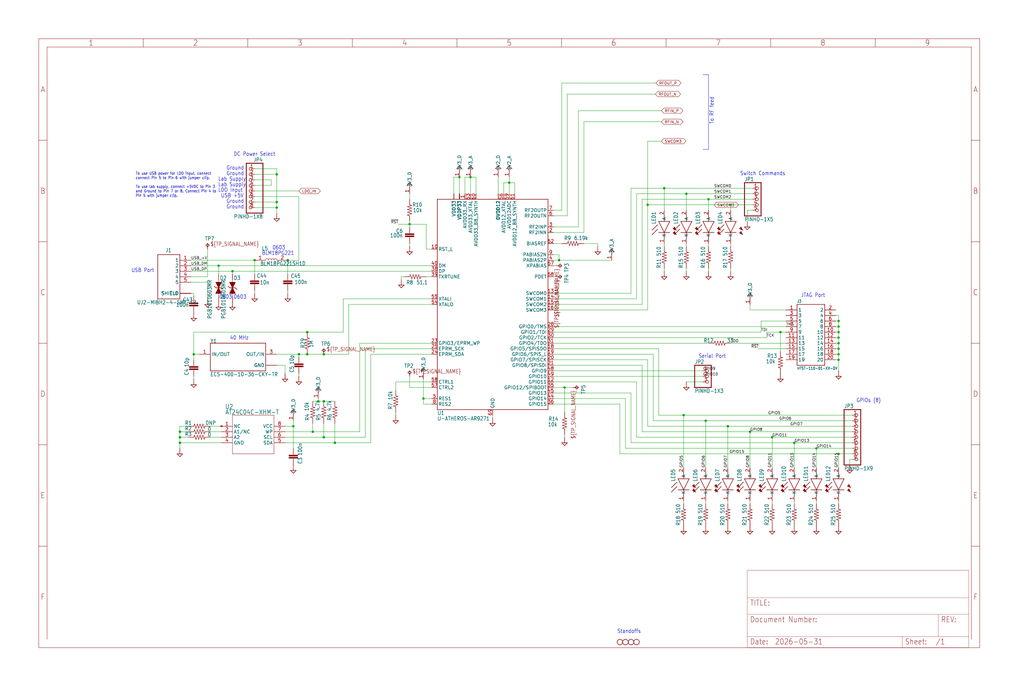
<source format=kicad_sch>
(kicad_sch (version 20250114) (generator "eeschema") (generator_version "9.0")
  (paper "User" 469.9 317.627)
  (text "USB Port" (at 60.198 125.222 0) (effects (font (size 1.778 1.5113)) (justify left bottom)))
  (text "To RF feed" (at 327.66 57.15 90) (effects (font (size 1.778 1.5113)) (justify left bottom)))
  (text "GPIOs (8)" (at 392.938 184.912 0) (effects (font (size 1.778 1.5113)) (justify left bottom)))
  (text "Switch Commands" (at 339.598 80.772 0) (effects (font (size 1.778 1.5113)) (justify left bottom)))
  (text "40 MHz" (at 105.41 156.21 0) (effects (font (size 1.778 1.5113)) (justify left bottom)))
  (text "Ground" (at 103.886 78.232 0) (effects (font (size 1.778 1.5113)) (justify left bottom)))
  (text "BLM18PG221" (at 120.142 117.348 0) (effects (font (size 1.778 1.5113)) (justify left bottom)))
  (text "To use USB power for LDO input, connect\nconnect Pin 5 to Pin 6 with jumper clip." (at 62.23 82.55 0) (effects (font (size 1.27 1.0795)) (justify left bottom)))
  (text "0603" (at 100.584 137.414 0) (effects (font (size 1.778 1.5113)) (justify left bottom)))
  (text "USB +5V" (at 101.346 90.932 0) (effects (font (size 1.778 1.5113)) (justify left bottom)))
  (text "DC Power Select" (at 107.188 71.882 0) (effects (font (size 1.778 1.5113)) (justify left bottom)))
  (text "Lab Supply" (at 100.076 85.852 0) (effects (font (size 1.778 1.5113)) (justify left bottom)))
  (text "Standoffs" (at 283.21 290.83 0) (effects (font (size 1.778 1.5113)) (justify left bottom)))
  (text "JTAG Port" (at 367.538 136.652 0) (effects (font (size 1.778 1.5113)) (justify left bottom)))
  (text "Ground" (at 103.886 96.012 0) (effects (font (size 1.778 1.5113)) (justify left bottom)))
  (text "LDO Input" (at 100.076 88.392 0) (effects (font (size 1.778 1.5113)) (justify left bottom)))
  (text "Serial Port" (at 320.548 164.592 0) (effects (font (size 1.778 1.5113)) (justify left bottom)))
  (text "To use lab supply, connect +5VDC to Pin 3\nand Ground to Pin 7 or 8. Connect Pin 4 to\nPin 5 with jumper clip." (at 62.23 90.678 0) (effects (font (size 1.27 1.0795)) (justify left bottom)))
  (text "Lab Supply" (at 100.076 83.312 0) (effects (font (size 1.778 1.5113)) (justify left bottom)))
  (text "0603" (at 107.188 137.414 0) (effects (font (size 1.778 1.5113)) (justify left bottom)))
  (text "Ground" (at 103.886 93.472 0) (effects (font (size 1.778 1.5113)) (justify left bottom)))
  (text "0603" (at 124.968 114.808 0) (effects (font (size 1.778 1.5113)) (justify left bottom)))
  (text "Ground" (at 103.886 80.772 0) (effects (font (size 1.778 1.5113)) (justify left bottom)))
  (junction (at 82.55 198.12))
  (junction (at 132.08 119.38))
  (junction (at 148.59 162.56))
  (junction (at 384.81 157.48))
  (junction (at 256.54 119.38))
  (junction (at 143.51 198.12))
  (junction (at 384.81 160.02))
  (junction (at 384.81 162.56))
  (junction (at 137.16 162.56))
  (junction (at 384.81 165.1))
  (junction (at 313.69 190.5))
  (junction (at 354.33 200.66))
  (junction (at 148.59 184.15))
  (junction (at 127 80.01))
  (junction (at 106.68 124.46))
  (junction (at 82.55 203.2))
  (junction (at 384.81 152.4))
  (junction (at 210.82 81.28))
  (junction (at 148.59 200.66))
  (junction (at 364.49 203.2))
  (junction (at 116.84 119.38))
  (junction (at 134.62 195.58))
  (junction (at 140.97 152.4))
  (junction (at 297.18 93.98))
  (junction (at 384.81 149.86))
  (junction (at 215.9 81.28))
  (junction (at 374.65 205.74))
  (junction (at 127 92.71))
  (junction (at 140.97 162.56))
  (junction (at 146.05 184.15))
  (junction (at 100.33 121.92))
  (junction (at 82.55 200.66))
  (junction (at 334.01 195.58))
  (junction (at 259.08 177.8))
  (junction (at 335.28 93.98))
  (junction (at 344.17 198.12))
  (junction (at 304.8 86.36))
  (junction (at 384.81 154.94))
  (junction (at 194.31 182.88))
  (junction (at 127 95.25))
  (junction (at 384.81 147.32))
  (junction (at 153.67 203.2))
  (junction (at 325.12 91.44))
  (junction (at 323.85 193.04))
  (junction (at 187.96 102.87))
  (junction (at 358.14 152.4))
  (junction (at 233.68 83.82))
  (junction (at 384.81 208.28))
  (junction (at 88.9 162.56))
  (junction (at 314.96 88.9))
  (wire (pts (xy 325.12 96.52) (xy 325.12 91.44)) (stroke (width 0.1524)))
  (wire (pts (xy 87.63 127) (xy 95.25 127)) (stroke (width 0.1524)))
  (wire (pts (xy 153.67 203.2) (xy 170.18 203.2)) (stroke (width 0.1524)))
  (wire (pts (xy 254 96.52) (xy 257.81 96.52)) (stroke (width 0.1524)))
  (wire (pts (xy 254 119.38) (xy 256.54 119.38)) (stroke (width 0.1524)))
  (wire (pts (xy 88.9 152.4) (xy 88.9 162.56)) (stroke (width 0.1524)))
  (wire (pts (xy 364.49 214.63) (xy 364.49 203.2)) (stroke (width 0.1524)))
  (wire (pts (xy 344.17 214.63) (xy 344.17 198.12)) (stroke (width 0.1524)))
  (wire (pts (xy 257.81 111.76) (xy 254 111.76)) (stroke (width 0.1524)))
  (wire (pts (xy 127 167.64) (xy 130.81 167.64)) (stroke (width 0.1524)))
  (wire (pts (xy 254 177.8) (xy 259.08 177.8)) (stroke (width 0.1524)))
  (wire (pts (xy 95.25 129.54) (xy 95.25 137.16)) (stroke (width 0.1524)))
  (wire (pts (xy 358.14 152.4) (xy 360.68 152.4)) (stroke (width 0.1524)))
  (wire (pts (xy 87.63 119.38) (xy 116.84 119.38)) (stroke (width 0.1524)))
  (wire (pts (xy 344.17 139.7) (xy 344.17 142.24)) (stroke (width 0.1524)))
  (wire (pts (xy 383.54 147.32) (xy 384.81 147.32)) (stroke (width 0.1524)))
  (wire (pts (xy 274.32 111.76) (xy 274.32 113.03)) (stroke (width 0.1524)))
  (wire (pts (xy 116.84 125.73) (xy 116.84 119.38)) (stroke (width 0.1524)))
  (wire (pts (xy 342.9 96.52) (xy 342.9 101.6)) (stroke (width 0.1524)))
  (wire (pts (xy 137.16 90.17) (xy 116.84 90.17)) (stroke (width 0.1524)))
  (wire (pts (xy 165.1 157.48) (xy 198.12 157.48)) (stroke (width 0.1524)))
  (wire (pts (xy 304.8 96.52) (xy 304.8 86.36)) (stroke (width 0.1524)))
  (wire (pts (xy 254 175.26) (xy 292.1 175.26)) (stroke (width 0.1524)))
  (wire (pts (xy 208.28 81.28) (xy 210.82 81.28)) (stroke (width 0.1524)))
  (wire (pts (xy 198.12 185.42) (xy 194.31 185.42)) (stroke (width 0.1524)))
  (polyline (pts (xy 322.58 34.29) (xy 325.12 34.29)) (stroke (width 0.1524) (type solid)))
  (wire (pts (xy 106.68 125.73) (xy 106.68 124.46)) (stroke (width 0.1524)))
  (wire (pts (xy 195.58 102.87) (xy 187.96 102.87)) (stroke (width 0.1524)))
  (wire (pts (xy 313.69 231.14) (xy 313.69 229.87)) (stroke (width 0.1524)))
  (wire (pts (xy 304.8 86.36) (xy 345.44 86.36)) (stroke (width 0.1524)))
  (wire (pts (xy 304.8 124.46) (xy 304.8 123.19)) (stroke (width 0.1524)))
  (wire (pts (xy 325.12 113.03) (xy 325.12 111.76)) (stroke (width 0.1524)))
  (wire (pts (xy 384.81 231.14) (xy 384.81 229.87)) (stroke (width 0.1524)))
  (wire (pts (xy 254 157.48) (xy 325.12 157.48)) (stroke (width 0.1524)))
  (wire (pts (xy 86.36 198.12) (xy 82.55 198.12)) (stroke (width 0.1524)))
  (wire (pts (xy 132.08 125.73) (xy 132.08 119.38)) (stroke (width 0.1524)))
  (wire (pts (xy 294.64 139.7) (xy 294.64 91.44)) (stroke (width 0.1524)))
  (wire (pts (xy 127 92.71) (xy 127 95.25)) (stroke (width 0.1524)))
  (wire (pts (xy 116.84 87.63) (xy 137.16 87.63)) (stroke (width 0.1524)))
  (wire (pts (xy 335.28 93.98) (xy 297.18 93.98)) (stroke (width 0.1524)))
  (wire (pts (xy 351.79 152.4) (xy 358.14 152.4)) (stroke (width 0.1524)))
  (wire (pts (xy 383.54 160.02) (xy 384.81 160.02)) (stroke (width 0.1524)))
  (wire (pts (xy 345.44 93.98) (xy 335.28 93.98)) (stroke (width 0.1524)))
  (wire (pts (xy 187.96 102.87) (xy 187.96 104.14)) (stroke (width 0.1524)))
  (wire (pts (xy 100.33 125.73) (xy 100.33 121.92)) (stroke (width 0.1524)))
  (wire (pts (xy 181.61 189.23) (xy 181.61 190.5)) (stroke (width 0.1524)))
  (wire (pts (xy 127 80.01) (xy 127 92.71)) (stroke (width 0.1524)))
  (wire (pts (xy 148.59 184.15) (xy 153.67 184.15)) (stroke (width 0.1524)))
  (wire (pts (xy 349.25 147.32) (xy 360.68 147.32)) (stroke (width 0.1524)))
  (wire (pts (xy 384.81 157.48) (xy 384.81 160.02)) (stroke (width 0.1524)))
  (wire (pts (xy 140.97 162.56) (xy 148.59 162.56)) (stroke (width 0.1524)))
  (wire (pts (xy 254 106.68) (xy 267.97 106.68)) (stroke (width 0.1524)))
  (wire (pts (xy 304.8 113.03) (xy 304.8 111.76)) (stroke (width 0.1524)))
  (wire (pts (xy 187.96 102.87) (xy 182.88 102.87)) (stroke (width 0.1524)))
  (wire (pts (xy 265.43 50.8) (xy 303.53 50.8)) (stroke (width 0.1524)))
  (wire (pts (xy 116.84 95.25) (xy 127 95.25)) (stroke (width 0.1524)))
  (wire (pts (xy 82.55 198.12) (xy 82.55 200.66)) (stroke (width 0.1524)))
  (wire (pts (xy 88.9 134.62) (xy 88.9 135.89)) (stroke (width 0.1524)))
  (wire (pts (xy 335.28 96.52) (xy 335.28 93.98)) (stroke (width 0.1524)))
  (wire (pts (xy 96.52 195.58) (xy 101.6 195.58)) (stroke (width 0.1524)))
  (wire (pts (xy 384.81 162.56) (xy 384.81 165.1)) (stroke (width 0.1524)))
  (wire (pts (xy 294.64 198.12) (xy 294.64 167.64)) (stroke (width 0.1524)))
  (wire (pts (xy 267.97 111.76) (xy 274.32 111.76)) (stroke (width 0.1524)))
  (wire (pts (xy 195.58 114.3) (xy 195.58 102.87)) (stroke (width 0.1524)))
  (wire (pts (xy 187.96 111.76) (xy 187.96 113.03)) (stroke (width 0.1524)))
  (wire (pts (xy 254 137.16) (xy 292.1 137.16)) (stroke (width 0.1524)))
  (wire (pts (xy 287.02 182.88) (xy 287.02 205.74)) (stroke (width 0.1524)))
  (wire (pts (xy 160.02 162.56) (xy 160.02 139.7)) (stroke (width 0.1524)))
  (wire (pts (xy 299.72 193.04) (xy 323.85 193.04)) (stroke (width 0.1524)))
  (wire (pts (xy 354.33 200.66) (xy 391.16 200.66)) (stroke (width 0.1524)))
  (wire (pts (xy 127 95.25) (xy 127 97.79)) (stroke (width 0.1524)))
  (wire (pts (xy 364.49 231.14) (xy 364.49 229.87)) (stroke (width 0.1524)))
  (wire (pts (xy 391.16 203.2) (xy 364.49 203.2)) (stroke (width 0.1524)))
  (wire (pts (xy 287.02 205.74) (xy 374.65 205.74)) (stroke (width 0.1524)))
  (wire (pts (xy 82.55 200.66) (xy 82.55 203.2)) (stroke (width 0.1524)))
  (wire (pts (xy 132.08 119.38) (xy 137.16 119.38)) (stroke (width 0.1524)))
  (wire (pts (xy 165.1 198.12) (xy 165.1 157.48)) (stroke (width 0.1524)))
  (wire (pts (xy 294.64 139.7) (xy 254 139.7)) (stroke (width 0.1524)))
  (wire (pts (xy 116.84 82.55) (xy 124.46 82.55)) (stroke (width 0.1524)))
  (wire (pts (xy 157.48 137.16) (xy 157.48 152.4)) (stroke (width 0.1524)))
  (wire (pts (xy 233.68 88.9) (xy 233.68 83.82)) (stroke (width 0.1524)))
  (wire (pts (xy 334.01 214.63) (xy 334.01 195.58)) (stroke (width 0.1524)))
  (wire (pts (xy 345.44 88.9) (xy 314.96 88.9)) (stroke (width 0.1524)))
  (wire (pts (xy 344.17 231.14) (xy 344.17 229.87)) (stroke (width 0.1524)))
  (wire (pts (xy 322.58 175.26) (xy 314.96 175.26)) (stroke (width 0.1524)))
  (wire (pts (xy 297.18 165.1) (xy 254 165.1)) (stroke (width 0.1524)))
  (wire (pts (xy 233.68 81.28) (xy 233.68 83.82)) (stroke (width 0.1524)))
  (wire (pts (xy 349.25 152.4) (xy 349.25 147.32)) (stroke (width 0.1524)))
  (wire (pts (xy 294.64 91.44) (xy 325.12 91.44)) (stroke (width 0.1524)))
  (wire (pts (xy 384.81 144.78) (xy 384.81 147.32)) (stroke (width 0.1524)))
  (wire (pts (xy 82.55 205.74) (xy 82.55 203.2)) (stroke (width 0.1524)))
  (wire (pts (xy 130.81 167.64) (xy 130.81 171.45)) (stroke (width 0.1524)))
  (wire (pts (xy 134.62 195.58) (xy 134.62 193.04)) (stroke (width 0.1524)))
  (wire (pts (xy 323.85 214.63) (xy 323.85 193.04)) (stroke (width 0.1524)))
  (wire (pts (xy 198.12 175.26) (xy 181.61 175.26)) (stroke (width 0.1524)))
  (wire (pts (xy 95.25 127) (xy 95.25 114.3)) (stroke (width 0.1524)))
  (wire (pts (xy 254 142.24) (xy 297.18 142.24)) (stroke (width 0.1524)))
  (wire (pts (xy 100.33 121.92) (xy 198.12 121.92)) (stroke (width 0.1524)))
  (wire (pts (xy 130.81 195.58) (xy 134.62 195.58)) (stroke (width 0.1524)))
  (wire (pts (xy 292.1 200.66) (xy 354.33 200.66)) (stroke (width 0.1524)))
  (wire (pts (xy 106.68 124.46) (xy 87.63 124.46)) (stroke (width 0.1524)))
  (wire (pts (xy 384.81 154.94) (xy 384.81 157.48)) (stroke (width 0.1524)))
  (wire (pts (xy 374.65 205.74) (xy 391.16 205.74)) (stroke (width 0.1524)))
  (wire (pts (xy 323.85 231.14) (xy 323.85 229.87)) (stroke (width 0.1524)))
  (wire (pts (xy 236.22 88.9) (xy 236.22 83.82)) (stroke (width 0.1524)))
  (wire (pts (xy 148.59 194.31) (xy 148.59 200.66)) (stroke (width 0.1524)))
  (wire (pts (xy 124.46 82.55) (xy 124.46 85.09)) (stroke (width 0.1524)))
  (wire (pts (xy 262.89 177.8) (xy 259.08 177.8)) (stroke (width 0.1524)))
  (wire (pts (xy 87.63 129.54) (xy 95.25 129.54)) (stroke (width 0.1524)))
  (wire (pts (xy 334.01 195.58) (xy 297.18 195.58)) (stroke (width 0.1524)))
  (wire (pts (xy 292.1 175.26) (xy 292.1 200.66)) (stroke (width 0.1524)))
  (wire (pts (xy 344.17 142.24) (xy 360.68 142.24)) (stroke (width 0.1524)))
  (wire (pts (xy 384.81 149.86) (xy 384.81 152.4)) (stroke (width 0.1524)))
  (wire (pts (xy 198.12 114.3) (xy 195.58 114.3)) (stroke (width 0.1524)))
  (wire (pts (xy 187.96 88.9) (xy 187.96 91.44)) (stroke (width 0.1524)))
  (wire (pts (xy 140.97 152.4) (xy 88.9 152.4)) (stroke (width 0.1524)))
  (wire (pts (xy 116.84 134.62) (xy 116.84 133.35)) (stroke (width 0.1524)))
  (wire (pts (xy 297.18 93.98) (xy 297.18 142.24)) (stroke (width 0.1524)))
  (wire (pts (xy 364.49 203.2) (xy 289.56 203.2)) (stroke (width 0.1524)))
  (wire (pts (xy 314.96 113.03) (xy 314.96 111.76)) (stroke (width 0.1524)))
  (wire (pts (xy 236.22 83.82) (xy 233.68 83.82)) (stroke (width 0.1524)))
  (wire (pts (xy 228.6 88.9) (xy 228.6 81.28)) (stroke (width 0.1524)))
  (wire (pts (xy 289.56 86.36) (xy 304.8 86.36)) (stroke (width 0.1524)))
  (wire (pts (xy 96.52 200.66) (xy 101.6 200.66)) (stroke (width 0.1524)))
  (wire (pts (xy 116.84 77.47) (xy 127 77.47)) (stroke (width 0.1524)))
  (wire (pts (xy 384.81 152.4) (xy 384.81 154.94)) (stroke (width 0.1524)))
  (wire (pts (xy 231.14 88.9) (xy 231.14 83.82)) (stroke (width 0.1524)))
  (wire (pts (xy 254 127) (xy 255.27 127)) (stroke (width 0.1524)))
  (wire (pts (xy 254 99.06) (xy 260.35 99.06)) (stroke (width 0.1524)))
  (wire (pts (xy 198.12 137.16) (xy 157.48 137.16)) (stroke (width 0.1524)))
  (wire (pts (xy 335.28 157.48) (xy 360.68 157.48)) (stroke (width 0.1524)))
  (wire (pts (xy 383.54 165.1) (xy 384.81 165.1)) (stroke (width 0.1524)))
  (wire (pts (xy 137.16 172.72) (xy 137.16 171.45)) (stroke (width 0.1524)))
  (wire (pts (xy 391.16 193.04) (xy 323.85 193.04)) (stroke (width 0.1524)))
  (wire (pts (xy 130.81 203.2) (xy 153.67 203.2)) (stroke (width 0.1524)))
  (wire (pts (xy 284.48 185.42) (xy 254 185.42)) (stroke (width 0.1524)))
  (wire (pts (xy 289.56 86.36) (xy 289.56 134.62)) (stroke (width 0.1524)))
  (wire (pts (xy 384.81 147.32) (xy 384.81 149.86)) (stroke (width 0.1524)))
  (wire (pts (xy 267.97 106.68) (xy 267.97 55.88)) (stroke (width 0.1524)))
  (wire (pts (xy 384.81 165.1) (xy 384.81 170.18)) (stroke (width 0.1524)))
  (wire (pts (xy 256.54 119.38) (xy 280.67 119.38)) (stroke (width 0.1524)))
  (wire (pts (xy 313.69 214.63) (xy 313.69 190.5)) (stroke (width 0.1524)))
  (wire (pts (xy 358.14 161.29) (xy 358.14 152.4)) (stroke (width 0.1524)))
  (wire (pts (xy 101.6 198.12) (xy 96.52 198.12)) (stroke (width 0.1524)))
  (wire (pts (xy 284.48 208.28) (xy 284.48 185.42)) (stroke (width 0.1524)))
  (wire (pts (xy 254 152.4) (xy 349.25 152.4)) (stroke (width 0.1524)))
  (wire (pts (xy 137.16 162.56) (xy 137.16 163.83)) (stroke (width 0.1524)))
  (wire (pts (xy 87.63 134.62) (xy 88.9 134.62)) (stroke (width 0.1524)))
  (wire (pts (xy 254 149.86) (xy 360.68 149.86)) (stroke (width 0.1524)))
  (wire (pts (xy 208.28 88.9) (xy 208.28 81.28)) (stroke (width 0.1524)))
  (wire (pts (xy 297.18 64.77) (xy 303.53 64.77)) (stroke (width 0.1524)))
  (wire (pts (xy 254 104.14) (xy 265.43 104.14)) (stroke (width 0.1524)))
  (wire (pts (xy 391.16 210.82) (xy 389.89 210.82)) (stroke (width 0.1524)))
  (wire (pts (xy 325.12 124.46) (xy 325.12 123.19)) (stroke (width 0.1524)))
  (wire (pts (xy 82.55 195.58) (xy 82.55 198.12)) (stroke (width 0.1524)))
  (wire (pts (xy 314.96 88.9) (xy 292.1 88.9)) (stroke (width 0.1524)))
  (wire (pts (xy 116.84 92.71) (xy 127 92.71)) (stroke (width 0.1524)))
  (wire (pts (xy 297.18 195.58) (xy 297.18 165.1)) (stroke (width 0.1524)))
  (wire (pts (xy 254 170.18) (xy 322.58 170.18)) (stroke (width 0.1524)))
  (wire (pts (xy 170.18 162.56) (xy 198.12 162.56)) (stroke (width 0.1524)))
  (wire (pts (xy 257.81 38.1) (xy 300.99 38.1)) (stroke (width 0.1524)))
  (wire (pts (xy 292.1 88.9) (xy 292.1 137.16)) (stroke (width 0.1524)))
  (wire (pts (xy 218.44 88.9) (xy 218.44 81.28)) (stroke (width 0.1524)))
  (wire (pts (xy 254 121.92) (xy 255.27 121.92)) (stroke (width 0.1524)))
  (wire (pts (xy 187.96 172.72) (xy 187.96 177.8)) (stroke (width 0.1524)))
  (wire (pts (xy 198.12 127) (xy 195.58 127)) (stroke (width 0.1524)))
  (wire (pts (xy 383.54 149.86) (xy 384.81 149.86)) (stroke (width 0.1524)))
  (wire (pts (xy 360.68 160.02) (xy 347.98 160.02)) (stroke (width 0.1524)))
  (wire (pts (xy 384.81 214.63) (xy 384.81 208.28)) (stroke (width 0.1524)))
  (wire (pts (xy 254 167.64) (xy 294.64 167.64)) (stroke (width 0.1524)))
  (wire (pts (xy 254 162.56) (xy 299.72 162.56)) (stroke (width 0.1524)))
  (wire (pts (xy 187.96 177.8) (xy 198.12 177.8)) (stroke (width 0.1524)))
  (wire (pts (xy 86.36 195.58) (xy 82.55 195.58)) (stroke (width 0.1524)))
  (wire (pts (xy 101.6 203.2) (xy 82.55 203.2)) (stroke (width 0.1524)))
  (wire (pts (xy 210.82 88.9) (xy 210.82 81.28)) (stroke (width 0.1524)))
  (wire (pts (xy 265.43 104.14) (xy 265.43 50.8)) (stroke (width 0.1524)))
  (wire (pts (xy 137.16 119.38) (xy 137.16 90.17)) (stroke (width 0.1524)))
  (wire (pts (xy 302.26 160.02) (xy 302.26 190.5)) (stroke (width 0.1524)))
  (wire (pts (xy 254 116.84) (xy 256.54 116.84)) (stroke (width 0.1524)))
  (wire (pts (xy 194.31 173.99) (xy 194.31 182.88)) (stroke (width 0.1524)))
  (wire (pts (xy 140.97 162.56) (xy 137.16 162.56)) (stroke (width 0.1524)))
  (wire (pts (xy 170.18 203.2) (xy 170.18 162.56)) (stroke (width 0.1524)))
  (wire (pts (xy 160.02 139.7) (xy 198.12 139.7)) (stroke (width 0.1524)))
  (wire (pts (xy 213.36 88.9) (xy 213.36 81.28)) (stroke (width 0.1524)))
  (wire (pts (xy 257.81 96.52) (xy 257.81 38.1)) (stroke (width 0.1524)))
  (wire (pts (xy 132.08 134.62) (xy 132.08 133.35)) (stroke (width 0.1524)))
  (wire (pts (xy 181.61 175.26) (xy 181.61 179.07)) (stroke (width 0.1524)))
  (wire (pts (xy 198.12 124.46) (xy 106.68 124.46)) (stroke (width 0.1524)))
  (wire (pts (xy 213.36 81.28) (xy 215.9 81.28)) (stroke (width 0.1524)))
  (wire (pts (xy 297.18 93.98) (xy 297.18 64.77)) (stroke (width 0.1524)))
  (wire (pts (xy 384.81 208.28) (xy 284.48 208.28)) (stroke (width 0.1524)))
  (wire (pts (xy 345.44 96.52) (xy 342.9 96.52)) (stroke (width 0.1524)))
  (wire (pts (xy 215.9 88.9) (xy 215.9 81.28)) (stroke (width 0.1524)))
  (wire (pts (xy 143.51 198.12) (xy 165.1 198.12)) (stroke (width 0.1524)))
  (wire (pts (xy 391.16 198.12) (xy 344.17 198.12)) (stroke (width 0.1524)))
  (wire (pts (xy 254 182.88) (xy 287.02 182.88)) (stroke (width 0.1524)))
  (polyline (pts (xy 325.12 68.58) (xy 322.58 68.58)) (stroke (width 0.1524) (type solid)))
  (wire (pts (xy 185.42 127) (xy 184.15 127)) (stroke (width 0.1524)))
  (wire (pts (xy 313.69 190.5) (xy 391.16 190.5)) (stroke (width 0.1524)))
  (wire (pts (xy 374.65 231.14) (xy 374.65 229.87)) (stroke (width 0.1524)))
  (wire (pts (xy 299.72 162.56) (xy 299.72 193.04)) (stroke (width 0.1524)))
  (wire (pts (xy 198.12 182.88) (xy 194.31 182.88)) (stroke (width 0.1524)))
  (wire (pts (xy 187.96 101.6) (xy 187.96 102.87)) (stroke (width 0.1524)))
  (wire (pts (xy 87.63 121.92) (xy 100.33 121.92)) (stroke (width 0.1524)))
  (wire (pts (xy 354.33 231.14) (xy 354.33 229.87)) (stroke (width 0.1524)))
  (wire (pts (xy 259.08 177.8) (xy 259.08 189.23)) (stroke (width 0.1524)))
  (wire (pts (xy 88.9 162.56) (xy 88.9 165.1)) (stroke (width 0.1524)))
  (wire (pts (xy 130.81 198.12) (xy 143.51 198.12)) (stroke (width 0.1524)))
  (wire (pts (xy 254 172.72) (xy 322.58 172.72)) (stroke (width 0.1524)))
  (wire (pts (xy 146.05 184.15) (xy 148.59 184.15)) (stroke (width 0.1524)))
  (wire (pts (xy 91.44 162.56) (xy 88.9 162.56)) (stroke (width 0.1524)))
  (wire (pts (xy 254 160.02) (xy 302.26 160.02)) (stroke (width 0.1524)))
  (wire (pts (xy 148.59 200.66) (xy 130.81 200.66)) (stroke (width 0.1524)))
  (wire (pts (xy 167.64 160.02) (xy 167.64 200.66)) (stroke (width 0.1524)))
  (wire (pts (xy 351.79 154.94) (xy 351.79 152.4)) (stroke (width 0.1524)))
  (wire (pts (xy 344.17 198.12) (xy 294.64 198.12)) (stroke (width 0.1524)))
  (wire (pts (xy 127 77.47) (xy 127 80.01)) (stroke (width 0.1524)))
  (wire (pts (xy 127 162.56) (xy 137.16 162.56)) (stroke (width 0.1524)))
  (wire (pts (xy 302.26 190.5) (xy 313.69 190.5)) (stroke (width 0.1524)))
  (wire (pts (xy 384.81 160.02) (xy 384.81 162.56)) (stroke (width 0.1524)))
  (wire (pts (xy 254 154.94) (xy 351.79 154.94)) (stroke (width 0.1524)))
  (wire (pts (xy 374.65 214.63) (xy 374.65 205.74)) (stroke (width 0.1524)))
  (wire (pts (xy 146.05 182.88) (xy 146.05 184.15)) (stroke (width 0.1524)))
  (wire (pts (xy 157.48 152.4) (xy 140.97 152.4)) (stroke (width 0.1524)))
  (wire (pts (xy 267.97 55.88) (xy 303.53 55.88)) (stroke (width 0.1524)))
  (wire (pts (xy 289.56 180.34) (xy 254 180.34)) (stroke (width 0.1524)))
  (wire (pts (xy 143.51 184.15) (xy 146.05 184.15)) (stroke (width 0.1524)))
  (wire (pts (xy 314.96 124.46) (xy 314.96 123.19)) (stroke (width 0.1524)))
  (wire (pts (xy 260.35 43.18) (xy 300.736 43.18)) (stroke (width 0.1524)))
  (wire (pts (xy 184.15 127) (xy 184.15 128.27)) (stroke (width 0.1524)))
  (wire (pts (xy 383.54 144.78) (xy 384.81 144.78)) (stroke (width 0.1524)))
  (wire (pts (xy 143.51 194.31) (xy 143.51 198.12)) (stroke (width 0.1524)))
  (wire (pts (xy 218.44 81.28) (xy 215.9 81.28)) (stroke (width 0.1524)))
  (wire (pts (xy 389.89 210.82) (xy 389.89 213.36)) (stroke (width 0.1524)))
  (wire (pts (xy 226.06 191.77) (xy 226.06 190.5)) (stroke (width 0.1524)))
  (wire (pts (xy 153.67 194.31) (xy 153.67 203.2)) (stroke (width 0.1524)))
  (wire (pts (xy 198.12 160.02) (xy 167.64 160.02)) (stroke (width 0.1524)))
  (wire (pts (xy 383.54 152.4) (xy 384.81 152.4)) (stroke (width 0.1524)))
  (wire (pts (xy 86.36 200.66) (xy 82.55 200.66)) (stroke (width 0.1524)))
  (wire (pts (xy 231.14 83.82) (xy 233.68 83.82)) (stroke (width 0.1524)))
  (wire (pts (xy 335.28 124.46) (xy 335.28 123.19)) (stroke (width 0.1524)))
  (wire (pts (xy 334.01 195.58) (xy 391.16 195.58)) (stroke (width 0.1524)))
  (polyline (pts (xy 325.12 34.29) (xy 325.12 68.58)) (stroke (width 0.1524) (type solid)))
  (wire (pts (xy 167.64 200.66) (xy 148.59 200.66)) (stroke (width 0.1524)))
  (wire (pts (xy 259.08 199.39) (xy 259.08 200.66)) (stroke (width 0.1524)))
  (wire (pts (xy 194.31 185.42) (xy 194.31 182.88)) (stroke (width 0.1524)))
  (wire (pts (xy 383.54 157.48) (xy 384.81 157.48)) (stroke (width 0.1524)))
  (wire (pts (xy 391.16 208.28) (xy 384.81 208.28)) (stroke (width 0.1524)))
  (wire (pts (xy 335.28 113.03) (xy 335.28 111.76)) (stroke (width 0.1524)))
  (wire (pts (xy 383.54 154.94) (xy 384.81 154.94)) (stroke (width 0.1524)))
  (wire (pts (xy 334.01 231.14) (xy 334.01 229.87)) (stroke (width 0.1524)))
  (wire (pts (xy 116.84 85.09) (xy 124.46 85.09)) (stroke (width 0.1524)))
  (wire (pts (xy 88.9 172.72) (xy 88.9 173.99)) (stroke (width 0.1524)))
  (wire (pts (xy 256.54 116.84) (xy 256.54 119.38)) (stroke (width 0.1524)))
  (wire (pts (xy 148.59 162.56) (xy 160.02 162.56)) (stroke (width 0.1524)))
  (wire (pts (xy 116.84 80.01) (xy 127 80.01)) (stroke (width 0.1524)))
  (wire (pts (xy 354.33 214.63) (xy 354.33 200.66)) (stroke (width 0.1524)))
  (wire (pts (xy 134.62 195.58) (xy 134.62 205.74)) (stroke (width 0.1524)))
  (wire (pts (xy 289.56 134.62) (xy 254 134.62)) (stroke (width 0.1524)))
  (wire (pts (xy 325.12 91.44) (xy 345.44 91.44)) (stroke (width 0.1524)))
  (wire (pts (xy 314.96 96.52) (xy 314.96 88.9)) (stroke (width 0.1524)))
  (wire (pts (xy 383.54 162.56) (xy 384.81 162.56)) (stroke (width 0.1524)))
  (wire (pts (xy 260.35 99.06) (xy 260.35 43.18)) (stroke (width 0.1524)))
  (wire (pts (xy 289.56 203.2) (xy 289.56 180.34)) (stroke (width 0.1524)))
  (label "SWCOM2" (at 327.66 91.44 0) (effects (font (size 1.2446 1.2446))))
  (label "GPIO5" (at 313.69 214.63 90) (effects (font (size 1.2446 1.2446))))
  (label "SWCOM0" (at 327.66 86.36 0) (effects (font (size 1.2446 1.2446))))
  (label "USB_DM" (at 87.63 121.92 0) (effects (font (size 1.2446 1.2446))))
  (label "GPIO14" (at 374.65 205.74 0) (effects (font (size 1.2446 1.2446))))
  (label "TMS" (at 360.68 149.86 0) (effects (font (size 1.2446 1.2446))))
  (label "GPIO6" (at 323.85 214.63 90) (effects (font (size 1.2446 1.2446))))
  (label "GPIO11" (at 354.33 200.66 0) (effects (font (size 1.2446 1.2446))))
  (label "GPIO10" (at 322.58 172.72 0) (effects (font (size 1.2446 1.2446))))
  (label "GPIO11" (at 354.33 214.63 90) (effects (font (size 1.2446 1.2446))))
  (label "GPIO8" (at 344.17 198.12 0) (effects (font (size 1.2446 1.2446))))
  (label "TDO" (at 335.28 157.48 0) (effects (font (size 1.2446 1.2446))))
  (label "GPIO5" (at 352.425 190.5 0) (effects (font (size 1.2446 1.2446))))
  (label "GPIO15" (at 384.81 214.63 90) (effects (font (size 1.2446 1.2446))))
  (label "GPIO14" (at 374.65 214.63 90) (effects (font (size 1.2446 1.2446))))
  (label "TDI" (at 349.25 152.4 0) (effects (font (size 1.2446 1.2446))))
  (label "GPIO9" (at 322.58 170.18 0) (effects (font (size 1.2446 1.2446))))
  (label "GPIO7" (at 334.01 214.63 90) (effects (font (size 1.2446 1.2446))))
  (label "USB_+V" (at 87.63 119.38 0) (effects (font (size 1.2446 1.2446))))
  (label "USB_DP" (at 87.63 124.46 0) (effects (font (size 1.2446 1.2446))))
  (label "GPIO13" (at 364.49 214.63 90) (effects (font (size 1.2446 1.2446))))
  (label "GPIO7" (at 362.585 195.58 0) (effects (font (size 1.2446 1.2446))))
  (label "~{RST}" (at 182.88 102.87 180) (effects (font (size 1.2446 1.2446))))
  (label "~{RST}" (at 348.234 160.02 180) (effects (font (size 1.2446 1.2446))))
  (label "GPIO6" (at 357.505 193.04 0) (effects (font (size 1.2446 1.2446))))
  (label "GPIO8" (at 344.17 214.63 90) (effects (font (size 1.2446 1.2446))))
  (label "GPIO13" (at 364.49 203.2 0) (effects (font (size 1.2446 1.2446))))
  (label "TCK" (at 351.79 154.94 0) (effects (font (size 1.2446 1.2446))))
  (label "SWCOM1" (at 327.66 88.9 0) (effects (font (size 1.2446 1.2446))))
  (label "GPIO15" (at 334.645 208.28 0) (effects (font (size 1.2446 1.2446))))
  (global_label "SWCOM3" (shape bidirectional) (at 327.66 93.98 0) (effects (font (size 1.2446 1.2446))) (property "Intersheetrefs" "${INTERSHEET_REFS}" (effects (hide yes))))
  (global_label "RFOUT_P" (shape bidirectional) (at 300.99 38.1 0) (effects (font (size 1.2446 1.2446))) (property "Intersheetrefs" "${INTERSHEET_REFS}" (effects (hide yes))))
  (global_label "RFOUT_N" (shape bidirectional) (at 300.736 43.18 0) (effects (font (size 1.2446 1.2446))) (property "Intersheetrefs" "${INTERSHEET_REFS}" (effects (hide yes))))
  (global_label "RFIN_N" (shape bidirectional) (at 303.53 55.88 0) (effects (font (size 1.2446 1.2446))) (property "Intersheetrefs" "${INTERSHEET_REFS}" (effects (hide yes))))
  (global_label "SWCOM3" (shape bidirectional) (at 303.53 64.77 0) (effects (font (size 1.2446 1.2446))) (property "Intersheetrefs" "${INTERSHEET_REFS}" (effects (hide yes))))
  (global_label "RFIN_P" (shape bidirectional) (at 303.53 50.8 0) (effects (font (size 1.2446 1.2446))) (property "Intersheetrefs" "${INTERSHEET_REFS}" (effects (hide yes))))
  (global_label "LDO_IN" (shape bidirectional) (at 137.16 87.63 0) (effects (font (size 1.2446 1.2446))) (property "Intersheetrefs" "${INTERSHEET_REFS}" (effects (hide yes))))
  (symbol (lib_id "AR9271_eval-eagle-import:C-EU0402-B-NOSILK") (at 116.84 128.27 0) (unit 1)
    (property "Reference" "C44" (at 122.428 125.603 0) (effects (font (size 1.778 1.5113)) (justify right top)))
    (property "Value" "10n" (at 123.698 128.651 0) (effects (font (size 1.778 1.5113)) (justify right top)))
    (property "Footprint" "AR9271_eval:.0402-B-NOSILK" (effects (hide yes)))
    (property "MPN" "C0402C103K4RACAUTO" (effects (hide yes)))
  )
  (symbol (lib_id "AR9271_eval-eagle-import:R-US_0402-A-NOSILK") (at 259.08 194.31 90) (unit 1)
    (property "Reference" "R14" (at 256.3114 191.262 90) (effects (font (size 1.778 1.5113)) (justify left bottom)))
    (property "Value" "10k" (at 255.778 193.802 90) (effects (font (size 1.778 1.5113)) (justify left bottom)))
    (property "Footprint" "AR9271_eval:.0402-A-NOSILK" (effects (hide yes)))
    (property "MPN" "ERJ-2GEJ103X" (effects (hide yes)))
  )
  (symbol (lib_id "AR9271_eval-eagle-import:R-US_0402-A-NOSILK") (at 91.44 195.58 0) (unit 1)
    (property "Reference" "R1" (at 84.836 195.0974 0) (effects (font (size 1.778 1.5113)) (justify left bottom)))
    (property "Value" "DNP" (at 94.234 195.072 0) (effects (font (size 1.778 1.5113)) (justify left bottom)))
    (property "Footprint" "AR9271_eval:.0402-A-NOSILK" (effects (hide yes)))
    (property "MPN" "ERJ-2GE0R00X " (effects (hide yes)))
  )
  (symbol (lib_id "AR9271_eval-eagle-import:GND") (at 314.96 177.8 0) (unit 1)
    (property "Reference" "#SUPPLY13" (effects (hide yes)))
    (property "Value" "GND" (effects (hide yes)))
  )
  (symbol (lib_id "AR9271_eval-eagle-import:GND") (at 259.08 203.2 0) (unit 1)
    (property "Reference" "#SUPPLY15" (effects (hide yes)))
    (property "Value" "GND" (effects (hide yes)))
  )
  (symbol (lib_id "AR9271_eval-eagle-import:C-EU0402-B-NOSILK") (at 137.16 166.37 0) (unit 1)
    (property "Reference" "C5" (at 134.874 171.069 90) (effects (font (size 1.778 1.5113)) (justify left bottom)))
    (property "Value" "10p" (at 134.874 167.259 90) (effects (font (size 1.778 1.5113)) (justify left bottom)))
    (property "Footprint" "AR9271_eval:.0402-B-NOSILK" (effects (hide yes)))
  )
  (symbol (lib_id "AR9271_eval-eagle-import:R-US_0402-A-NOSILK") (at 187.96 96.52 90) (unit 1)
    (property "Reference" "R10" (at 193.8274 92.964 90) (effects (font (size 1.778 1.5113)) (justify left bottom)))
    (property "Value" "10k" (at 193.802 95.504 90) (effects (font (size 1.778 1.5113)) (justify left bottom)))
    (property "Footprint" "AR9271_eval:.0402-A-NOSILK" (effects (hide yes)))
    (property "MPN" "ERJ-2GEJ103X" (effects (hide yes)))
  )
  (symbol (lib_id "AR9271_eval-eagle-import:R-US_0402-A-NOSILK") (at 335.28 118.11 90) (unit 1)
    (property "Reference" "R17" (at 333.7814 123.19 0) (effects (font (size 1.778 1.5113)) (justify left bottom)))
    (property "Value" "510" (at 333.756 117.602 0) (effects (font (size 1.778 1.5113)) (justify left bottom)))
    (property "Footprint" "AR9271_eval:.0402-A-NOSILK" (effects (hide yes)))
    (property "MPN" "ERJ-2GEJ511X" (effects (hide yes)))
  )
  (symbol (lib_id "AR9271_eval-eagle-import:R-US_0402-A-NOSILK") (at 325.12 118.11 90) (unit 1)
    (property "Reference" "R16" (at 323.6214 123.19 0) (effects (font (size 1.778 1.5113)) (justify left bottom)))
    (property "Value" "510" (at 323.596 117.602 0) (effects (font (size 1.778 1.5113)) (justify left bottom)))
    (property "Footprint" "AR9271_eval:.0402-A-NOSILK" (effects (hide yes)))
    (property "MPN" "ERJ-2GEJ511X" (effects (hide yes)))
  )
  (symbol (lib_id "AR9271_eval-eagle-import:TPTP06R") (at 148.59 160.02 0) (unit 1)
    (property "Reference" "TP6" (at 147.32 158.75 0) (effects (font (size 1.778 1.5113)) (justify left bottom)))
    (property "Value" "TPTP06R" (effects (hide yes)))
    (property "Footprint" "AR9271_eval:TP06R" (effects (hide yes)))
  )
  (symbol (lib_id "AR9271_eval-eagle-import:GND") (at 323.85 243.84 0) (unit 1)
    (property "Reference" "#SUPPLY22" (effects (hide yes)))
    (property "Value" "GND" (effects (hide yes)))
  )
  (symbol (lib_id "AR9271_eval-eagle-import:GND") (at 127 100.33 0) (unit 1)
    (property "Reference" "#SUPPLY3" (effects (hide yes)))
    (property "Value" "GND" (effects (hide yes)))
  )
  (symbol (lib_id "AR9271_eval-eagle-import:GND") (at 384.81 243.84 0) (unit 1)
    (property "Reference" "#SUPPLY28" (effects (hide yes)))
    (property "Value" "GND" (effects (hide yes)))
  )
  (symbol (lib_id "AR9271_eval-eagle-import:R-US_0402-A-NOSILK") (at 330.2 157.48 0) (unit 1)
    (property "Reference" "R12" (at 322.834 157.2514 0) (effects (font (size 1.778 1.5113)) (justify left bottom)))
    (property "Value" "33" (at 333.502 157.226 0) (effects (font (size 1.778 1.5113)) (justify left bottom)))
    (property "Footprint" "AR9271_eval:.0402-A-NOSILK" (effects (hide yes)))
    (property "MPN" "ERJ-2GEJ330X " (effects (hide yes)))
  )
  (symbol (lib_id "AR9271_eval-eagle-import:PINHD-1X3") (at 325.12 172.72 0) (unit 1)
    (property "Reference" "JP2" (at 318.77 167.005 0) (effects (font (size 1.778 1.5113)) (justify left bottom)))
    (property "Value" "PINHD-1X3" (at 318.77 180.34 0) (effects (font (size 1.778 1.5113)) (justify left bottom)))
    (property "Footprint" "AR9271_eval:1X03" (effects (hide yes)))
  )
  (symbol (lib_id "AR9271_eval-eagle-import:C-EU0402-B-NOSILK") (at 88.9 167.64 0) (unit 1)
    (property "Reference" "C4" (at 86.614 172.339 90) (effects (font (size 1.778 1.5113)) (justify left bottom)))
    (property "Value" "10p" (at 86.614 168.529 90) (effects (font (size 1.778 1.5113)) (justify left bottom)))
    (property "Footprint" "AR9271_eval:.0402-B-NOSILK" (effects (hide yes)))
  )
  (symbol (lib_id "AR9271_eval-eagle-import:C-EU0402-B-NOSILK") (at 88.9 138.43 0) (unit 1)
    (property "Reference" "C43" (at 83.82 138.557 0) (effects (font (size 1.778 1.5113)) (justify left bottom)))
    (property "Value" "100n" (at 80.772 140.843 0) (effects (font (size 1.778 1.5113)) (justify left bottom)))
    (property "Footprint" "AR9271_eval:.0402-B-NOSILK" (effects (hide yes)))
    (property "MPN" "CGA2B1X7R1C104K050BC" (effects (hide yes)))
  )
  (symbol (lib_id "AR9271_eval-eagle-import:3V3_A") (at 280.67 114.3 0) (unit 1)
    (property "Reference" "#U$13" (effects (hide yes)))
    (property "Value" "3V3_A" (effects (hide yes)))
  )
  (symbol (lib_id "AR9271_eval-eagle-import:R-US_0402-A-NOSILK") (at 364.49 236.22 90) (unit 1)
    (property "Reference" "R23" (at 362.9914 241.3 0) (effects (font (size 1.778 1.5113)) (justify left bottom)))
    (property "Value" "510" (at 362.966 235.712 0) (effects (font (size 1.778 1.5113)) (justify left bottom)))
    (property "Footprint" "AR9271_eval:.0402-A-NOSILK" (effects (hide yes)))
    (property "MPN" "ERJ-2GEJ511X" (effects (hide yes)))
  )
  (symbol (lib_id "AR9271_eval-eagle-import:LTST-C193KGKT-5A") (at 374.65 229.87 90) (unit 1)
    (property "Reference" "LED11" (at 370.84 220.98 0) (effects (font (size 1.778 1.5113)) (justify left bottom)))
    (property "Value" "LTST-C193KGKT-5A" (effects (hide yes)))
    (property "Footprint" "AR9271_eval:LEDC1607X80N" (effects (hide yes)))
  )
  (symbol (lib_id "AR9271_eval-eagle-import:R-US_0402-A-NOSILK") (at 304.8 118.11 90) (unit 1)
    (property "Reference" "R11" (at 303.3014 123.19 0) (effects (font (size 1.778 1.5113)) (justify left bottom)))
    (property "Value" "510" (at 303.276 117.602 0) (effects (font (size 1.778 1.5113)) (justify left bottom)))
    (property "Footprint" "AR9271_eval:.0402-A-NOSILK" (effects (hide yes)))
    (property "MPN" "ERJ-2GEJ511X" (effects (hide yes)))
  )
  (symbol (lib_id "AR9271_eval-eagle-import:FRAME_B_L") (at 17.78 297.18 0) (unit 1)
    (property "Reference" "#FRAME4" (effects (hide yes)))
    (property "Value" "FRAME_B_L" (effects (hide yes)))
  )
  (symbol (lib_id "AR9271_eval-eagle-import:PINHD-1X8") (at 114.3 87.63 0) (mirror y) (unit 1)
    (property "Reference" "JP4" (at 120.65 74.295 0) (effects (font (size 1.778 1.5113)) (justify left bottom)))
    (property "Value" "PINHD-1X8" (at 120.65 100.33 0) (effects (font (size 1.778 1.5113)) (justify left bottom)))
    (property "Footprint" "AR9271_eval:1X08" (effects (hide yes)))
  )
  (symbol (lib_id "AR9271_eval-eagle-import:R-US_0402-A-NOSILK") (at 91.44 200.66 0) (unit 1)
    (property "Reference" "R3" (at 84.836 200.1774 0) (effects (font (size 1.778 1.5113)) (justify left bottom)))
    (property "Value" "0" (at 95.25 200.406 0) (effects (font (size 1.778 1.5113)) (justify left bottom)))
    (property "Footprint" "AR9271_eval:.0402-A-NOSILK" (effects (hide yes)))
    (property "MPN" "ERJ-2GE0R00X" (effects (hide yes)))
  )
  (symbol (lib_id "AR9271_eval-eagle-import:3V3_D") (at 187.96 83.82 0) (unit 1)
    (property "Reference" "#U$12" (effects (hide yes)))
    (property "Value" "3V3_D" (effects (hide yes)))
  )
  (symbol (lib_id "AR9271_eval-eagle-import:GND") (at 88.9 146.05 0) (unit 1)
    (property "Reference" "#SUPPLY48" (effects (hide yes)))
    (property "Value" "GND" (effects (hide yes)))
  )
  (symbol (lib_id "AR9271_eval-eagle-import:GND") (at 88.9 176.53 0) (unit 1)
    (property "Reference" "#SUPPLY7" (effects (hide yes)))
    (property "Value" "GND" (effects (hide yes)))
  )
  (symbol (lib_id "AR9271_eval-eagle-import:GND") (at 132.08 137.16 0) (unit 1)
    (property "Reference" "#SUPPLY72" (effects (hide yes)))
    (property "Value" "GND" (effects (hide yes)))
  )
  (symbol (lib_id "AR9271_eval-eagle-import:GND") (at 384.81 172.72 0) (unit 1)
    (property "Reference" "#SUPPLY14" (effects (hide yes)))
    (property "Value" "GND" (effects (hide yes)))
  )
  (symbol (lib_id "AR9271_eval-eagle-import:GND") (at 116.84 137.16 0) (unit 1)
    (property "Reference" "#SUPPLY71" (effects (hide yes)))
    (property "Value" "GND" (effects (hide yes)))
  )
  (symbol (lib_id "AR9271_eval-eagle-import:UJ2-MIBH2-4-SMT-TR") (at 77.47 127 0) (mirror y) (unit 1)
    (property "Reference" "J1" (at 78.7473 115.8093 0) (effects (font (size 1.7805 1.5134)) (justify left bottom)))
    (property "Value" "UJ2-MIBH2-4-SMT-TR" (at 90.1715 139.704 0) (effects (font (size 1.7785 1.5117)) (justify left bottom)))
    (property "Footprint" "AR9271_eval:CUI_UJ2-MIBH2-4-SMT-TR" (effects (hide yes)))
    (property "MPN" "UJ2-MIBH2-4-SMT-TR" (effects (hide yes)))
  )
  (symbol (lib_id "AR9271_eval-eagle-import:GND") (at 95.25 139.7 0) (unit 1)
    (property "Reference" "#SUPPLY4" (effects (hide yes)))
    (property "Value" "GND" (effects (hide yes)))
  )
  (symbol (lib_id "AR9271_eval-eagle-import:1V2_A") (at 233.68 76.2 0) (unit 1)
    (property "Reference" "#U$8" (effects (hide yes)))
    (property "Value" "1V2_A" (effects (hide yes)))
  )
  (symbol (lib_id "AR9271_eval-eagle-import:GND") (at 344.17 243.84 0) (unit 1)
    (property "Reference" "#SUPPLY24" (effects (hide yes)))
    (property "Value" "GND" (effects (hide yes)))
  )
  (symbol (lib_id "AR9271_eval-eagle-import:TPTP06R") (at 257.81 121.92 270) (unit 1)
    (property "Reference" "TP3" (at 259.08 120.65 0) (effects (font (size 1.778 1.5113)) (justify left bottom)))
    (property "Value" "TPTP06R" (effects (hide yes)))
    (property "Footprint" "AR9271_eval:TP06R" (effects (hide yes)))
  )
  (symbol (lib_id "AR9271_eval-eagle-import:LTST-C193KGKT-5A") (at 314.96 111.76 90) (unit 1)
    (property "Reference" "LED2" (at 311.15 102.87 0) (effects (font (size 1.778 1.5113)) (justify left bottom)))
    (property "Value" "LTST-C193KGKT-5A" (effects (hide yes)))
    (property "Footprint" "AR9271_eval:LEDC1607X80N" (effects (hide yes)))
  )
  (symbol (lib_id "AR9271_eval-eagle-import:GND") (at 325.12 127 0) (unit 1)
    (property "Reference" "#SUPPLY19" (effects (hide yes)))
    (property "Value" "GND" (effects (hide yes)))
  )
  (symbol (lib_id "AR9271_eval-eagle-import:R-US_0402-A-NOSILK") (at 148.59 189.23 90) (unit 1)
    (property "Reference" "R5" (at 147.0914 193.04 0) (effects (font (size 1.778 1.5113)) (justify left bottom)))
    (property "Value" "4.7k" (at 146.812 188.722 0) (effects (font (size 1.778 1.5113)) (justify left bottom)))
    (property "Footprint" "AR9271_eval:.0402-A-NOSILK" (effects (hide yes)))
    (property "MPN" "ERJ-2GEJ103X" (effects (hide yes)))
  )
  (symbol (lib_id "AR9271_eval-eagle-import:LTST-C193KGKT-5A") (at 344.17 229.87 90) (unit 1)
    (property "Reference" "LED8" (at 340.36 220.98 0) (effects (font (size 1.778 1.5113)) (justify left bottom)))
    (property "Value" "LTST-C193KGKT-5A" (effects (hide yes)))
    (property "Footprint" "AR9271_eval:LEDC1607X80N" (effects (hide yes)))
  )
  (symbol (lib_id "AR9271_eval-eagle-import:GND") (at 82.55 208.28 0) (unit 1)
    (property "Reference" "#SUPPLY1" (effects (hide yes)))
    (property "Value" "GND" (effects (hide yes)))
  )
  (symbol (lib_id "AR9271_eval-eagle-import:LTST-C193KGKT-5A") (at 304.8 111.76 90) (unit 1)
    (property "Reference" "LED1" (at 300.99 102.87 0) (effects (font (size 1.778 1.5113)) (justify left bottom)))
    (property "Value" "LTST-C193KGKT-5A" (effects (hide yes)))
    (property "Footprint" "AR9271_eval:LEDC1607X80N" (effects (hide yes)))
  )
  (symbol (lib_id "AR9271_eval-eagle-import:R-US_0402-A-NOSILK") (at 374.65 236.22 90) (unit 1)
    (property "Reference" "R24" (at 373.1514 241.3 0) (effects (font (size 1.778 1.5113)) (justify left bottom)))
    (property "Value" "510" (at 373.126 235.712 0) (effects (font (size 1.778 1.5113)) (justify left bottom)))
    (property "Footprint" "AR9271_eval:.0402-A-NOSILK" (effects (hide yes)))
    (property "MPN" "ERJ-2GEJ511X" (effects (hide yes)))
  )
  (symbol (lib_id "AR9271_eval-eagle-import:GND") (at 274.32 115.57 0) (unit 1)
    (property "Reference" "#SUPPLY11" (effects (hide yes)))
    (property "Value" "GND" (effects (hide yes)))
  )
  (symbol (lib_id "AR9271_eval-eagle-import:1V2_D") (at 228.6 76.2 0) (unit 1)
    (property "Reference" "#U$7" (effects (hide yes)))
    (property "Value" "1V2_D" (effects (hide yes)))
  )
  (symbol (lib_id "AR9271_eval-eagle-import:R-US_0402-A-NOSILK") (at 190.5 127 0) (unit 1)
    (property "Reference" "R8" (at 186.436 130.5814 0) (effects (font (size 1.778 1.5113)) (justify left bottom)))
    (property "Value" "51.1" (at 191.008 130.556 0) (effects (font (size 1.778 1.5113)) (justify left bottom)))
    (property "Footprint" "AR9271_eval:.0402-A-NOSILK" (effects (hide yes)))
    (property "MPN" "ERJ-2RKF51R1X " (effects (hide yes)))
  )
  (symbol (lib_id "AR9271_eval-eagle-import:GND") (at 374.65 243.84 0) (unit 1)
    (property "Reference" "#SUPPLY27" (effects (hide yes)))
    (property "Value" "GND" (effects (hide yes)))
  )
  (symbol (lib_id "AR9271_eval-eagle-import:R-US_0402-A-NOSILK") (at 358.14 166.37 90) (unit 1)
    (property "Reference" "R13" (at 356.6414 162.306 90) (effects (font (size 1.778 1.5113)) (justify left bottom)))
    (property "Value" "10k" (at 355.854 164.846 90) (effects (font (size 1.778 1.5113)) (justify left bottom)))
    (property "Footprint" "AR9271_eval:.0402-A-NOSILK" (effects (hide yes)))
    (property "MPN" "ERJ-2GEJ103X" (effects (hide yes)))
  )
  (symbol (lib_id "AR9271_eval-eagle-import:LTST-C193KGKT-5A") (at 384.81 229.87 90) (unit 1)
    (property "Reference" "LED12" (at 381 220.98 0) (effects (font (size 1.778 1.5113)) (justify left bottom)))
    (property "Value" "LTST-C193KGKT-5A" (effects (hide yes)))
    (property "Footprint" "AR9271_eval:LEDC1607X80N" (effects (hide yes)))
  )
  (symbol (lib_id "AR9271_eval-eagle-import:GND") (at 364.49 243.84 0) (unit 1)
    (property "Reference" "#SUPPLY26" (effects (hide yes)))
    (property "Value" "GND" (effects (hide yes)))
  )
  (symbol (lib_id "AR9271_eval-eagle-import:TPTP06R") (at 265.43 177.8 270) (unit 1)
    (property "Reference" "TP5" (at 266.7 176.53 0) (effects (font (size 1.778 1.5113)) (justify left bottom)))
    (property "Value" "TPTP06R" (effects (hide yes)))
    (property "Footprint" "AR9271_eval:TP06R" (effects (hide yes)))
  )
  (symbol (lib_id "AR9271_eval-eagle-import:R-US_0402-A-NOSILK") (at 140.97 157.48 270) (unit 1)
    (property "Reference" "R29" (at 139.9794 159.766 0) (effects (font (size 1.778 1.5113)) (justify right top)))
    (property "Value" "1M" (at 143.764 159.512 0) (effects (font (size 1.778 1.5113)) (justify right top)))
    (property "Footprint" "AR9271_eval:.0402-A-NOSILK" (effects (hide yes)))
    (property "MPN" "ERJ-2GEJ105X" (effects (hide yes)))
  )
  (symbol (lib_id "AR9271_eval-eagle-import:GND") (at 304.8 127 0) (unit 1)
    (property "Reference" "#SUPPLY12" (effects (hide yes)))
    (property "Value" "GND" (effects (hide yes)))
  )
  (symbol (lib_id "AR9271_eval-eagle-import:R-US_0402-A-NOSILK") (at 262.89 111.76 0) (unit 1)
    (property "Reference" "R9" (at 258.826 110.2614 0) (effects (font (size 1.778 1.5113)) (justify left bottom)))
    (property "Value" "6.19k" (at 263.398 110.236 0) (effects (font (size 1.778 1.5113)) (justify left bottom)))
    (property "Footprint" "AR9271_eval:.0402-A-NOSILK" (effects (hide yes)))
    (property "MPN" "ERJ-2RKF6191X" (effects (hide yes)))
  )
  (symbol (lib_id "AR9271_eval-eagle-import:LTST-C193KGKT-5A") (at 325.12 111.76 90) (unit 1)
    (property "Reference" "LED3" (at 321.31 102.87 0) (effects (font (size 1.778 1.5113)) (justify left bottom)))
    (property "Value" "LTST-C193KGKT-5A" (effects (hide yes)))
    (property "Footprint" "AR9271_eval:LEDC1607X80N" (effects (hide yes)))
  )
  (symbol (lib_id "AR9271_eval-eagle-import:ECS-400-10-36-CKY-TR") (at 109.22 165.1 0) (unit 1)
    (property "Reference" "Y1" (at 96.4911 157.4626 0) (effects (font (size 1.7881 1.5198)) (justify left bottom)))
    (property "Value" "ECS-400-10-36-CKY-TR" (at 96.5111 172.7254 0) (effects (font (size 1.7814 1.5141)) (justify left bottom)))
    (property "Footprint" "AR9271_eval:XTAL_ECS-400-10-36-CKY-TR" (effects (hide yes)))
  )
  (symbol (lib_id "AR9271_eval-eagle-import:R-US_0402-A-NOSILK") (at 143.51 189.23 90) (unit 1)
    (property "Reference" "R4" (at 142.0114 193.04 0) (effects (font (size 1.778 1.5113)) (justify left bottom)))
    (property "Value" "10k" (at 141.732 188.722 0) (effects (font (size 1.778 1.5113)) (justify left bottom)))
    (property "Footprint" "AR9271_eval:.0402-A-NOSILK" (effects (hide yes)))
    (property "MPN" "ERJ-2GEJ103X " (effects (hide yes)))
  )
  (symbol (lib_id "AR9271_eval-eagle-import:R-US_0402-A-NOSILK") (at 181.61 184.15 90) (unit 1)
    (property "Reference" "R7" (at 180.1114 187.96 0) (effects (font (size 1.778 1.5113)) (justify left bottom)))
    (property "Value" "10k" (at 180.086 183.642 0) (effects (font (size 1.778 1.5113)) (justify left bottom)))
    (property "Footprint" "AR9271_eval:.0402-A-NOSILK" (effects (hide yes)))
    (property "MPN" "ERJ-2GEJ103X" (effects (hide yes)))
  )
  (symbol (lib_id "AR9271_eval-eagle-import:STAND-OFFTIGHT") (at 284.48 294.64 0) (unit 1)
    (property "Reference" "H1" (effects (hide yes)))
    (property "Value" "STAND-OFFTIGHT" (effects (hide yes)))
    (property "Footprint" "AR9271_eval:STAND-OFF-TIGHT" (effects (hide yes)))
  )
  (symbol (lib_id "AR9271_eval-eagle-import:STAND-OFFTIGHT") (at 289.56 294.64 0) (unit 1)
    (property "Reference" "H3" (effects (hide yes)))
    (property "Value" "STAND-OFFTIGHT" (effects (hide yes)))
    (property "Footprint" "AR9271_eval:STAND-OFF-TIGHT" (effects (hide yes)))
  )
  (symbol (lib_id "AR9271_eval-eagle-import:GND") (at 342.9 104.14 0) (unit 1)
    (property "Reference" "#SUPPLY17" (effects (hide yes)))
    (property "Value" "GND" (effects (hide yes)))
  )
  (symbol (lib_id "AR9271_eval-eagle-import:GND") (at 137.16 175.26 0) (unit 1)
    (property "Reference" "#SUPPLY6" (effects (hide yes)))
    (property "Value" "GND" (effects (hide yes)))
  )
  (symbol (lib_id "AR9271_eval-eagle-import:R-US_0402-A-NOSILK") (at 334.01 236.22 90) (unit 1)
    (property "Reference" "R20" (at 332.5114 241.3 0) (effects (font (size 1.778 1.5113)) (justify left bottom)))
    (property "Value" "510" (at 332.486 235.712 0) (effects (font (size 1.778 1.5113)) (justify left bottom)))
    (property "Footprint" "AR9271_eval:.0402-A-NOSILK" (effects (hide yes)))
    (property "MPN" "ERJ-2GEJ511X" (effects (hide yes)))
  )
  (symbol (lib_id "AR9271_eval-eagle-import:LTST-C193KGKT-5A") (at 364.49 229.87 90) (unit 1)
    (property "Reference" "LED10" (at 360.68 220.98 0) (effects (font (size 1.778 1.5113)) (justify left bottom)))
    (property "Value" "LTST-C193KGKT-5A" (effects (hide yes)))
    (property "Footprint" "AR9271_eval:LEDC1607X80N" (effects (hide yes)))
  )
  (symbol (lib_id "AR9271_eval-eagle-import:LTST-C193KGKT-5A") (at 313.69 229.87 90) (unit 1)
    (property "Reference" "LED5" (at 309.88 220.98 0) (effects (font (size 1.778 1.5113)) (justify left bottom)))
    (property "Value" "LTST-C193KGKT-5A" (effects (hide yes)))
    (property "Footprint" "AR9271_eval:LEDC1607X80N" (effects (hide yes)))
  )
  (symbol (lib_id "AR9271_eval-eagle-import:PINHD-1X5") (at 347.98 91.44 0) (unit 1)
    (property "Reference" "JP1" (at 341.63 83.185 0) (effects (font (size 1.778 1.5113)) (justify left bottom)))
    (property "Value" "PINHD-1X5" (at 341.63 101.6 0) (effects (font (size 1.778 1.5113)) (justify left bottom)))
    (property "Footprint" "AR9271_eval:1X05" (effects (hide yes)))
  )
  (symbol (lib_id "AR9271_eval-eagle-import:GND") (at 187.96 115.57 0) (unit 1)
    (property "Reference" "#SUPPLY10" (effects (hide yes)))
    (property "Value" "GND" (effects (hide yes)))
  )
  (symbol (lib_id "AR9271_eval-eagle-import:R-US_0402-A-NOSILK") (at 323.85 236.22 90) (unit 1)
    (property "Reference" "R19" (at 322.3514 241.3 0) (effects (font (size 1.778 1.5113)) (justify left bottom)))
    (property "Value" "510" (at 322.326 235.712 0) (effects (font (size 1.778 1.5113)) (justify left bottom)))
    (property "Footprint" "AR9271_eval:.0402-A-NOSILK" (effects (hide yes)))
    (property "MPN" "ERJ-2GEJ511X" (effects (hide yes)))
  )
  (symbol (lib_id "AR9271_eval-eagle-import:BLM18PG221SH1D") (at 124.46 119.38 0) (unit 1)
    (property "Reference" "L5" (at 120.1335 114.9319 0) (effects (font (size 1.7809 1.5137)) (justify left bottom)))
    (property "Value" "BLM18PG221SH1D" (at 119.3745 121.9228 0) (effects (font (size 1.7799 1.5129)) (justify left bottom)))
    (property "Footprint" "AR9271_eval:INDC1608X95" (effects (hide yes)))
    (property "MPN" "BLM18PG221SH1D" (effects (hide yes)))
  )
  (symbol (lib_id "AR9271_eval-eagle-import:TPTP06R") (at 257.81 127 270) (unit 1)
    (property "Reference" "TP4" (at 259.08 125.73 0) (effects (font (size 1.778 1.5113)) (justify left bottom)))
    (property "Value" "TPTP06R" (effects (hide yes)))
    (property "Footprint" "AR9271_eval:TP06R" (effects (hide yes)))
  )
  (symbol (lib_id "AR9271_eval-eagle-import:FRAME_B_L") (at 342.9 297.18 0) (unit 2)
    (property "Reference" "#FRAME4" (effects (hide yes)))
    (property "Value" "FRAME_B_L" (effects (hide yes)))
  )
  (symbol (lib_id "AR9271_eval-eagle-import:GND") (at 130.81 173.99 0) (unit 1)
    (property "Reference" "#SUPPLY5" (effects (hide yes)))
    (property "Value" "GND" (effects (hide yes)))
  )
  (symbol (lib_id "AR9271_eval-eagle-import:GND") (at 226.06 194.31 0) (unit 1)
    (property "Reference" "#SUPPLY2" (effects (hide yes)))
    (property "Value" "GND" (effects (hide yes)))
  )
  (symbol (lib_id "AR9271_eval-eagle-import:TPTP06R") (at 187.96 170.18 0) (unit 1)
    (property "Reference" "TP2" (at 185.42 168.91 0) (effects (font (size 1.778 1.5113)) (justify left bottom)))
    (property "Value" "TPTP06R" (effects (hide yes)))
    (property "Footprint" "AR9271_eval:TP06R" (effects (hide yes)))
  )
  (symbol (lib_id "AR9271_eval-eagle-import:GND") (at 334.01 243.84 0) (unit 1)
    (property "Reference" "#SUPPLY23" (effects (hide yes)))
    (property "Value" "GND" (effects (hide yes)))
  )
  (symbol (lib_id "AR9271_eval-eagle-import:C-EU0402-B-NOSILK") (at 187.96 106.68 0) (unit 1)
    (property "Reference" "C6" (at 184.912 105.029 0) (effects (font (size 1.778 1.5113)) (justify right top)))
    (property "Value" "100n" (at 184.912 107.061 0) (effects (font (size 1.778 1.5113)) (justify right top)))
    (property "Footprint" "AR9271_eval:.0402-B-NOSILK" (effects (hide yes)))
    (property "MPN" "CGA2B1X7R1C104K050BC" (effects (hide yes)))
  )
  (symbol (lib_id "AR9271_eval-eagle-import:U-ATHEROS-AR9271") (at 226.06 139.7 0) (unit 1)
    (property "Reference" "U1" (at 200.66 190.5 0) (effects (font (size 1.778 1.5113)) (justify left bottom)))
    (property "Value" "U-ATHEROS-AR9271" (at 200.66 193.04 0) (effects (font (size 1.778 1.5113)) (justify left bottom)))
    (property "Footprint" "AR9271_eval:QFN-68" (effects (hide yes)))
    (property "MPN" "AR9271" (effects (hide yes)))
  )
  (symbol (lib_id "AR9271_eval-eagle-import:GND") (at 354.33 243.84 0) (unit 1)
    (property "Reference" "#SUPPLY25" (effects (hide yes)))
    (property "Value" "GND" (effects (hide yes)))
  )
  (symbol (lib_id "AR9271_eval-eagle-import:GND") (at 134.62 215.9 0) (unit 1)
    (property "Reference" "#SUPPLY91" (effects (hide yes)))
    (property "Value" "GND" (effects (hide yes)))
  )
  (symbol (lib_id "AR9271_eval-eagle-import:GND") (at 314.96 127 0) (unit 1)
    (property "Reference" "#SUPPLY18" (effects (hide yes)))
    (property "Value" "GND" (effects (hide yes)))
  )
  (symbol (lib_id "AR9271_eval-eagle-import:R-US_0402-A-NOSILK") (at 313.69 236.22 90) (unit 1)
    (property "Reference" "R18" (at 312.1914 241.3 0) (effects (font (size 1.778 1.5113)) (justify left bottom)))
    (property "Value" "510" (at 312.166 235.712 0) (effects (font (size 1.778 1.5113)) (justify left bottom)))
    (property "Footprint" "AR9271_eval:.0402-A-NOSILK" (effects (hide yes)))
    (property "MPN" "ERJ-2GEJ511X" (effects (hide yes)))
  )
  (symbol (lib_id "AR9271_eval-eagle-import:GND") (at 335.28 127 0) (unit 1)
    (property "Reference" "#SUPPLY20" (effects (hide yes)))
    (property "Value" "GND" (effects (hide yes)))
  )
  (symbol (lib_id "AR9271_eval-eagle-import:PINHD-1X9") (at 393.7 200.66 0) (unit 1)
    (property "Reference" "JP3" (at 387.35 187.325 0) (effects (font (size 1.778 1.5113)) (justify left bottom)))
    (property "Value" "PINHD-1X9" (at 387.35 215.9 0) (effects (font (size 1.778 1.5113)) (justify left bottom)))
    (property "Footprint" "AR9271_eval:1X09" (effects (hide yes)))
  )
  (symbol (lib_id "AR9271_eval-eagle-import:LTST-C193KGKT-5A") (at 323.85 229.87 90) (unit 1)
    (property "Reference" "LED6" (at 320.04 220.98 0) (effects (font (size 1.778 1.5113)) (justify left bottom)))
    (property "Value" "LTST-C193KGKT-5A" (effects (hide yes)))
    (property "Footprint" "AR9271_eval:LEDC1607X80N" (effects (hide yes)))
  )
  (symbol (lib_id "AR9271_eval-eagle-import:HTST-110-01-XX-DV") (at 360.68 142.24 0) (unit 1)
    (property "Reference" "J3" (at 365.7618 138.9369 0) (effects (font (size 1.2704 1.0798)) (justify left bottom)))
    (property "Value" "HTST-110-01-XX-DV" (at 365.7663 169.7061 0) (effects (font (size 1.2715 1.0807)) (justify left bottom)))
    (property "Footprint" "AR9271_eval:HTST-110-01-XX-DV" (effects (hide yes)))
    (property "MPN" "HTST-110-01-L-DV-P" (effects (hide yes)))
  )
  (symbol (lib_id "AR9271_eval-eagle-import:GND") (at 389.89 215.9 0) (unit 1)
    (property "Reference" "#SUPPLY29" (effects (hide yes)))
    (property "Value" "GND" (effects (hide yes)))
  )
  (symbol (lib_id "AR9271_eval-eagle-import:GND") (at 106.68 140.97 0) (unit 1)
    (property "Reference" "#SUPPLY69" (effects (hide yes)))
    (property "Value" "GND" (effects (hide yes)))
  )
  (symbol (lib_id "AR9271_eval-eagle-import:C-EU0402-B-NOSILK") (at 134.62 208.28 0) (unit 1)
    (property "Reference" "C3" (at 138.684 212.979 90) (effects (font (size 1.778 1.5113)) (justify left bottom)))
    (property "Value" "100n" (at 138.684 209.169 90) (effects (font (size 1.778 1.5113)) (justify left bottom)))
    (property "Footprint" "AR9271_eval:.0402-B-NOSILK" (effects (hide yes)))
    (property "MPN" "CGA2B1X7R1C104K050BC" (effects (hide yes)))
  )
  (symbol (lib_id "AR9271_eval-eagle-import:LTST-C193KGKT-5A") (at 335.28 111.76 90) (unit 1)
    (property "Reference" "LED4" (at 331.47 102.87 0) (effects (font (size 1.778 1.5113)) (justify left bottom)))
    (property "Value" "LTST-C193KGKT-5A" (effects (hide yes)))
    (property "Footprint" "AR9271_eval:LEDC1607X80N" (effects (hide yes)))
  )
  (symbol (lib_id "AR9271_eval-eagle-import:AT24C04C-XHM-T") (at 96.52 195.58 0) (unit 1)
    (property "Reference" "U2" (at 103.2256 187.7314 0) (effects (font (size 2.0828 1.7703)) (justify left bottom)))
    (property "Value" "AT24C04C-XHM-T" (at 103.3526 190.2714 0) (effects (font (size 2.0828 1.7703)) (justify left bottom)))
    (property "Footprint" "AR9271_eval:8X" (effects (hide yes)))
  )
  (symbol (lib_id "AR9271_eval-eagle-import:GND") (at 181.61 193.04 0) (unit 1)
    (property "Reference" "#SUPPLY8" (effects (hide yes)))
    (property "Value" "GND" (effects (hide yes)))
  )
  (symbol (lib_id "AR9271_eval-eagle-import:LTST-C193KGKT-5A") (at 354.33 229.87 90) (unit 1)
    (property "Reference" "LED9" (at 350.52 220.98 0) (effects (font (size 1.778 1.5113)) (justify left bottom)))
    (property "Value" "LTST-C193KGKT-5A" (effects (hide yes)))
    (property "Footprint" "AR9271_eval:LEDC1607X80N" (effects (hide yes)))
  )
  (symbol (lib_id "AR9271_eval-eagle-import:R-US_0402-A-NOSILK") (at 91.44 198.12 0) (unit 1)
    (property "Reference" "R2" (at 84.836 197.6374 0) (effects (font (size 1.778 1.5113)) (justify left bottom)))
    (property "Value" "0" (at 95.25 197.866 0) (effects (font (size 1.778 1.5113)) (justify left bottom)))
    (property "Footprint" "AR9271_eval:.0402-A-NOSILK" (effects (hide yes)))
    (property "MPN" "ERJ-2GE0R00X" (effects (hide yes)))
  )
  (symbol (lib_id "AR9271_eval-eagle-import:3V3_D") (at 134.62 187.96 0) (unit 1)
    (property "Reference" "#U$14" (effects (hide yes)))
    (property "Value" "3V3_D" (effects (hide yes)))
  )
  (symbol (lib_id "AR9271_eval-eagle-import:3V3_A") (at 215.9 76.2 0) (unit 1)
    (property "Reference" "#U$4" (effects (hide yes)))
    (property "Value" "3V3_A" (effects (hide yes)))
  )
  (symbol (lib_id "AR9271_eval-eagle-import:C-EU0402-B-NOSILK") (at 132.08 128.27 0) (unit 1)
    (property "Reference" "C45" (at 133.35 127.635 0) (effects (font (size 1.778 1.5113)) (justify left bottom)))
    (property "Value" "100n" (at 135.128 130.429 0) (effects (font (size 1.778 1.5113)) (justify left bottom)))
    (property "Footprint" "AR9271_eval:.0402-B-NOSILK" (effects (hide yes)))
    (property "MPN" "CGA2B1X7R1C104K050BC" (effects (hide yes)))
  )
  (symbol (lib_id "AR9271_eval-eagle-import:TPTP06R") (at 95.25 111.76 0) (unit 1)
    (property "Reference" "TP7" (at 93.98 110.49 0) (effects (font (size 1.778 1.5113)) (justify left bottom)))
    (property "Value" "TPTP06R" (effects (hide yes)))
    (property "Footprint" "AR9271_eval:TP06R" (effects (hide yes)))
  )
  (symbol (lib_id "AR9271_eval-eagle-import:GND") (at 358.14 173.99 0) (unit 1)
    (property "Reference" "#SUPPLY16" (effects (hide yes)))
    (property "Value" "GND" (effects (hide yes)))
  )
  (symbol (lib_id "AR9271_eval-eagle-import:LTST-C193KGKT-5A") (at 334.01 229.87 90) (unit 1)
    (property "Reference" "LED7" (at 330.2 220.98 0) (effects (font (size 1.778 1.5113)) (justify left bottom)))
    (property "Value" "LTST-C193KGKT-5A" (effects (hide yes)))
    (property "Footprint" "AR9271_eval:LEDC1607X80N" (effects (hide yes)))
  )
  (symbol (lib_id "AR9271_eval-eagle-import:R-US_0402-A-NOSILK") (at 314.96 118.11 90) (unit 1)
    (property "Reference" "R15" (at 313.4614 123.19 0) (effects (font (size 1.778 1.5113)) (justify left bottom)))
    (property "Value" "510" (at 313.436 117.602 0) (effects (font (size 1.778 1.5113)) (justify left bottom)))
    (property "Footprint" "AR9271_eval:.0402-A-NOSILK" (effects (hide yes)))
    (property "MPN" "ERJ-2GEJ511X" (effects (hide yes)))
  )
  (symbol (lib_id "AR9271_eval-eagle-import:GND") (at 313.69 243.84 0) (unit 1)
    (property "Reference" "#SUPPLY21" (effects (hide yes)))
    (property "Value" "GND" (effects (hide yes)))
  )
  (symbol (lib_id "AR9271_eval-eagle-import:R-US_0402-A-NOSILK") (at 153.67 189.23 90) (unit 1)
    (property "Reference" "R6" (at 152.1714 193.04 0) (effects (font (size 1.778 1.5113)) (justify left bottom)))
    (property "Value" "4.7k" (at 152.146 188.722 0) (effects (font (size 1.778 1.5113)) (justify left bottom)))
    (property "Footprint" "AR9271_eval:.0402-A-NOSILK" (effects (hide yes)))
    (property "MPN" "ERJ-2GEJ103X" (effects (hide yes)))
  )
  (symbol (lib_id "AR9271_eval-eagle-import:GND") (at 100.33 140.97 0) (unit 1)
    (property "Reference" "#SUPPLY68" (effects (hide yes)))
    (property "Value" "GND" (effects (hide yes)))
  )
  (symbol (lib_id "AR9271_eval-eagle-import:STAND-OFFTIGHT") (at 292.1 294.64 0) (unit 1)
    (property "Reference" "H4" (effects (hide yes)))
    (property "Value" "STAND-OFFTIGHT" (effects (hide yes)))
    (property "Footprint" "AR9271_eval:STAND-OFF-TIGHT" (effects (hide yes)))
  )
  (symbol (lib_id "AR9271_eval-eagle-import:3V3_D") (at 194.31 168.91 0) (unit 1)
    (property "Reference" "#U$11" (effects (hide yes)))
    (property "Value" "3V3_D" (effects (hide yes)))
  )
  (symbol (lib_id "AR9271_eval-eagle-import:PGB1010603MR") (at 100.33 130.81 270) (unit 1)
    (property "Reference" "D2" (at 100.838 128.524 90) (effects (font (size 1.778 1.5113)) (justify left bottom)))
    (property "Value" "PGB1010603MR" (at 95.25 128.27 0) (effects (font (size 1.778 1.5113)) (justify left bottom)))
    (property "Footprint" "AR9271_eval:ESD_PGB1010603MR" (effects (hide yes)))
    (property "MPN" "PGB1010603MR" (effects (hide yes)))
  )
  (symbol (lib_id "AR9271_eval-eagle-import:3V3_D") (at 146.05 177.8 0) (unit 1)
    (property "Reference" "#U$10" (effects (hide yes)))
    (property "Value" "3V3_D" (effects (hide yes)))
  )
  (symbol (lib_id "AR9271_eval-eagle-import:PGB1010603MR") (at 106.68 130.81 270) (unit 1)
    (property "Reference" "D3" (at 107.188 128.524 90) (effects (font (size 1.778 1.5113)) (justify left bottom)))
    (property "Value" "PGB1010603MR" (at 101.6 128.27 0) (effects (font (size 1.778 1.5113)) (justify left bottom)))
    (property "Footprint" "AR9271_eval:ESD_PGB1010603MR" (effects (hide yes)))
    (property "MPN" "PGB1010603MR" (effects (hide yes)))
  )
  (symbol (lib_id "AR9271_eval-eagle-import:R-US_0402-A-NOSILK") (at 344.17 236.22 90) (unit 1)
    (property "Reference" "R21" (at 342.6714 241.3 0) (effects (font (size 1.778 1.5113)) (justify left bottom)))
    (property "Value" "510" (at 342.646 235.712 0) (effects (font (size 1.778 1.5113)) (justify left bottom)))
    (property "Footprint" "AR9271_eval:.0402-A-NOSILK" (effects (hide yes)))
    (property "MPN" "ERJ-2GEJ511X" (effects (hide yes)))
  )
  (symbol (lib_id "AR9271_eval-eagle-import:R-US_0402-A-NOSILK") (at 354.33 236.22 90) (unit 1)
    (property "Reference" "R22" (at 352.8314 241.3 0) (effects (font (size 1.778 1.5113)) (justify left bottom)))
    (property "Value" "510" (at 352.806 235.712 0) (effects (font (size 1.778 1.5113)) (justify left bottom)))
    (property "Footprint" "AR9271_eval:.0402-A-NOSILK" (effects (hide yes)))
    (property "MPN" "ERJ-2GEJ511X" (effects (hide yes)))
  )
  (symbol (lib_id "AR9271_eval-eagle-import:3V3_D") (at 344.17 134.62 0) (unit 1)
    (property "Reference" "#U$9" (effects (hide yes)))
    (property "Value" "3V3_D" (effects (hide yes)))
  )
  (symbol (lib_id "AR9271_eval-eagle-import:GND") (at 184.15 130.81 0) (unit 1)
    (property "Reference" "#SUPPLY9" (effects (hide yes)))
    (property "Value" "GND" (effects (hide yes)))
  )
  (symbol (lib_id "AR9271_eval-eagle-import:R-US_0402-A-NOSILK") (at 384.81 236.22 90) (unit 1)
    (property "Reference" "R25" (at 383.3114 241.3 0) (effects (font (size 1.778 1.5113)) (justify left bottom)))
    (property "Value" "510" (at 383.286 235.712 0) (effects (font (size 1.778 1.5113)) (justify left bottom)))
    (property "Footprint" "AR9271_eval:.0402-A-NOSILK" (effects (hide yes)))
    (property "MPN" "ERJ-2GEJ511X" (effects (hide yes)))
  )
  (symbol (lib_id "AR9271_eval-eagle-import:STAND-OFFTIGHT") (at 287.02 294.64 0) (unit 1)
    (property "Reference" "H2" (effects (hide yes)))
    (property "Value" "STAND-OFFTIGHT" (effects (hide yes)))
    (property "Footprint" "AR9271_eval:STAND-OFF-TIGHT" (effects (hide yes)))
  )
  (symbol (lib_id "AR9271_eval-eagle-import:3V3_D") (at 210.82 76.2 0) (unit 1)
    (property "Reference" "#U$3" (effects (hide yes)))
    (property "Value" "3V3_D" (effects (hide yes)))
  )
)
</source>
